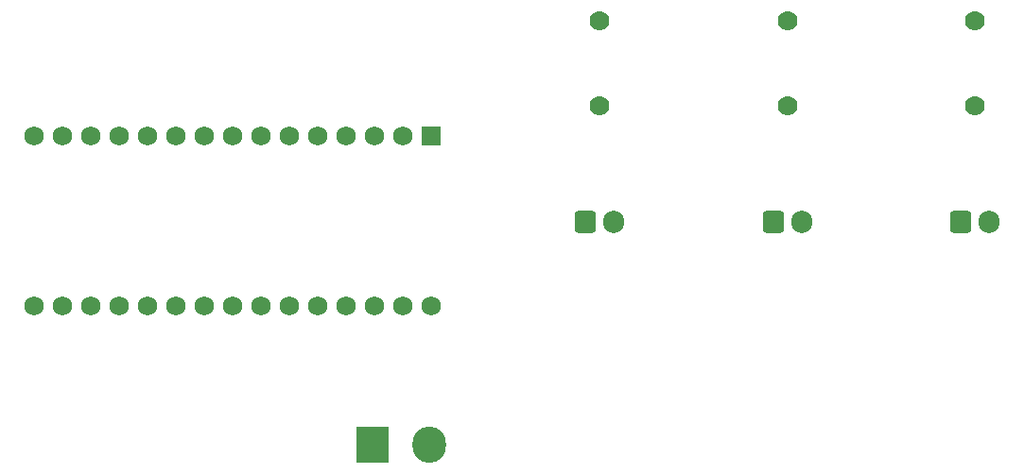
<source format=gts>
G04*
G04 #@! TF.GenerationSoftware,Altium Limited,Altium Designer,25.4.2 (15)*
G04*
G04 Layer_Color=8388736*
%FSLAX44Y44*%
%MOMM*%
G71*
G04*
G04 #@! TF.SameCoordinates,C413FF29-5236-423E-A092-4D5EA2C1B9D4*
G04*
G04*
G04 #@! TF.FilePolarity,Negative*
G04*
G01*
G75*
%ADD12C,1.7780*%
%ADD13C,1.7272*%
%ADD14R,1.7272X1.7272*%
%ADD15R,2.9972X3.2512*%
%ADD16O,2.9972X3.2512*%
G04:AMPARAMS|DCode=17|XSize=1.9032mm|YSize=2.0032mm|CornerRadius=0.3141mm|HoleSize=0mm|Usage=FLASHONLY|Rotation=0.000|XOffset=0mm|YOffset=0mm|HoleType=Round|Shape=RoundedRectangle|*
%AMROUNDEDRECTD17*
21,1,1.9032,1.3750,0,0,0.0*
21,1,1.2750,2.0032,0,0,0.0*
1,1,0.6282,0.6375,-0.6875*
1,1,0.6282,-0.6375,-0.6875*
1,1,0.6282,-0.6375,0.6875*
1,1,0.6282,0.6375,0.6875*
%
%ADD17ROUNDEDRECTD17*%
%ADD18O,1.9032X2.0032*%
D12*
X877570Y862330D02*
D03*
Y938530D02*
D03*
X1046480Y862330D02*
D03*
Y938530D02*
D03*
X1214120Y862330D02*
D03*
Y938530D02*
D03*
D13*
X422275Y835660D02*
D03*
X447675D02*
D03*
X473075D02*
D03*
X498475D02*
D03*
X523875D02*
D03*
X549275D02*
D03*
X574675D02*
D03*
X600075D02*
D03*
X625475D02*
D03*
X650875D02*
D03*
X676275D02*
D03*
X701675D02*
D03*
X727075Y683260D02*
D03*
X396875Y835660D02*
D03*
X371475D02*
D03*
X701675Y683260D02*
D03*
X676275D02*
D03*
X650875D02*
D03*
X625475D02*
D03*
X600075D02*
D03*
X574675D02*
D03*
X549275D02*
D03*
X523875D02*
D03*
X498475D02*
D03*
X422275D02*
D03*
X473075D02*
D03*
X447675D02*
D03*
X396875D02*
D03*
X371475D02*
D03*
D14*
X727075Y835660D02*
D03*
D15*
X674370Y558800D02*
D03*
D16*
X725170D02*
D03*
D17*
X1033780Y758190D02*
D03*
X1201420D02*
D03*
X864870D02*
D03*
D18*
X1059180D02*
D03*
X1226820D02*
D03*
X890270D02*
D03*
M02*

</source>
